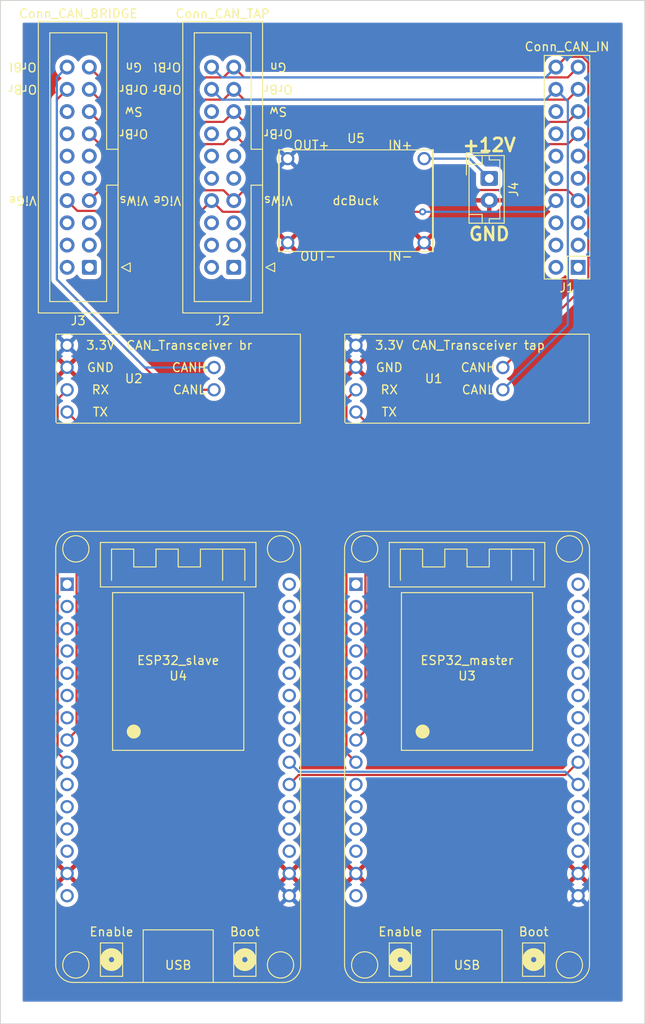
<source format=kicad_pcb>
(kicad_pcb (version 20211014) (generator pcbnew)
  (layers (0 "F.Cu" signal) (31 "B.Cu" signal) (34 "B.Paste" user) (35 "F.Paste" user) (36 "B.SilkS" user "B.Silkscreen") (37 "F.SilkS" user "F.Silkscreen") (38 "B.Mask" user) (39 "F.Mask" user) (44 "Edge.Cuts" user))
  (net 0 "")
  (net 2 "+3.3V")
  (net 4 "GND")
  (net 13 "/MASTER-TX")
  (net 14 "/MASTER-RX")
  (net 51 "+12V")
  (net 52 "/a1")
  (net 53 "/a2")
  (net 55 "/a3")
  (net 57 "/a4")
  (net 90 "/a7")
  (net 91 "/a17")
  (net 94 "/MASTER_CAN_RX")
  (net 95 "/MASTER_CAN_TX")
  (net 96 "/SLAVE_CAN_RX")
  (net 97 "/SLAVE_CAN_TX")
  (net 98 "/a12_EXT_CANL")
  (net 99 "/a11_EXT_CANH")
  (net 100 "/b12_EXT_CANL")
  (net 101 "/b11_EXT_CANH")
  (footprint "footprints:VW T20d connector" (layer "F.Cu") (at 156.215 91.43 180)
    (fp_text reference "J2" (at 1.27 -6.1 180) (layer "F.SilkS"))
    (fp_text value "Conn_CAN_TAP" (at 1.27 28.96 180) (layer "F.SilkS"))
    (fp_text user "ViWs" (at -5.08 7.62 180 unlocked) (layer "F.SilkS"))
    (fp_text user "OrBr" (at -5.08 20.32 180 unlocked) (layer "F.SilkS"))
    (fp_text user "OrBr" (at 7.62 20.32 180 unlocked) (layer "F.SilkS"))
    (fp_text user "Gn" (at -5.08 22.86 180 unlocked) (layer "F.SilkS"))
    (fp_text user "ViGe" (at 7.62 7.62 180 unlocked) (layer "F.SilkS"))
    (fp_text user "OrBl" (at 7.62 22.86 180 unlocked) (layer "F.SilkS"))
    (fp_text user "Sw" (at -5.08 17.78 180 unlocked) (layer "F.SilkS"))
    (fp_text user "OrBr" (at -5.08 15.24 180 unlocked) (layer "F.SilkS"))
    (fp_line (start -1.98 -3.91) (end 4.52 -3.91) (layer "F.SilkS") (width 0.12))
    (fp_line (start -3.29 28.07) (end -3.29 -5.21) (layer "F.SilkS") (width 0.12))
    (fp_line (start -3.29 9.38) (end -1.98 9.38) (layer "F.SilkS") (width 0.12))
    (fp_line (start -4.68 -0.5) (end -4.68 0.5) (layer "F.SilkS") (width 0.12))
    (fp_line (start -3.68 0) (end -4.68 -0.5) (layer "F.SilkS") (width 0.12))
    (fp_line (start -1.98 13.48) (end -1.98 13.48) (layer "F.SilkS") (width 0.12))
    (fp_line (start 4.52 26.77) (end -1.98 26.77) (layer "F.SilkS") (width 0.12))
    (fp_line (start 5.83 -5.21) (end 5.83 28.07) (layer "F.SilkS") (width 0.12))
    (fp_line (start -1.98 13.48) (end -3.29 13.48) (layer "F.SilkS") (width 0.12))
    (fp_line (start -4.68 0.5) (end -3.68 0) (layer "F.SilkS") (width 0.12))
    (fp_line (start -3.29 -5.21) (end 5.83 -5.21) (layer "F.SilkS") (width 0.12))
    (fp_line (start 5.83 28.07) (end -3.29 28.07) (layer "F.SilkS") (width 0.12))
    (fp_line (start 4.52 -3.91) (end 4.52 26.77) (layer "F.SilkS") (width 0.12))
    (fp_line (start -1.98 9.38) (end -1.98 -3.91) (layer "F.SilkS") (width 0.12))
    (fp_line (start -1.98 26.77) (end -1.98 13.48) (layer "F.SilkS") (width 0.12))
    (pad "1" thru_hole roundrect (at 0 0 180) (size 1.7 1.7) (drill 1) (layers *.Cu *.Mask) (roundrect_rratio 0.1470588235))
    (pad "2" thru_hole circle (at 2.54 0 180) (size 1.7 1.7) (drill 1) (layers *.Cu *.Mask))
    (pad "3" thru_hole circle (at 0 2.54 180) (size 1.7 1.7) (drill 1) (layers *.Cu *.Mask))
    (pad "4" thru_hole circle (at 2.54 2.54 180) (size 1.7 1.7) (drill 1) (layers *.Cu *.Mask))
    (pad "5" thru_hole circle (at 0 5.08 180) (size 1.7 1.7) (drill 1) (layers *.Cu *.Mask))
    (pad "6" thru_hole circle (at 2.54 5.08 180) (size 1.7 1.7) (drill 1) (layers *.Cu *.Mask))
    (pad "7" thru_hole circle (at 0 7.62 180) (size 1.7 1.7) (drill 1) (layers *.Cu *.Mask) (net 90 "/a7"))
    (pad "8" thru_hole circle (at 2.54 7.62 180) (size 1.7 1.7) (drill 1) (layers *.Cu *.Mask) (net 91 "/a17"))
    (pad "9" thru_hole circle (at 0 10.16 180) (size 1.7 1.7) (drill 1) (layers *.Cu *.Mask))
    (pad "10" thru_hole circle (at 2.54 10.16 180) (size 1.7 1.7) (drill 1) (layers *.Cu *.Mask))
    (pad "11" thru_hole circle (at 0 12.7 180) (size 1.7 1.7) (drill 1) (layers *.Cu *.Mask))
    (pad "12" thru_hole circle (at 2.54 12.7 180) (size 1.7 1.7) (drill 1) (layers *.Cu *.Mask))
    (pad "13" thru_hole circle (at 0 15.24 180) (size 1.7 1.7) (drill 1) (layers *.Cu *.Mask) (net 57 "/a4"))
    (pad "14" thru_hole circle (at 2.54 15.24 180) (size 1.7 1.7) (drill 1) (layers *.Cu *.Mask))
    (pad "15" thru_hole circle (at 0 17.78 180) (size 1.7 1.7) (drill 1) (layers *.Cu *.Mask) (net 55 "/a3"))
    (pad "16" thru_hole circle (at 2.54 17.78 180) (size 1.7 1.7) (drill 1) (layers *.Cu *.Mask))
    (pad "17" thru_hole circle (at 0 20.32 180) (size 1.7 1.7) (drill 1) (layers *.Cu *.Mask) (net 53 "/a2"))
    (pad "18" thru_hole circle (at 2.54 20.32 180) (size 1.7 1.7) (drill 1) (layers *.Cu *.Mask) (net 98 "/a12_EXT_CANL"))
    (pad "19" thru_hole circle (at 0 22.86 180) (size 1.7 1.7) (drill 1) (layers *.Cu *.Mask) (net 52 "/a1"))
    (pad "20" thru_hole circle (at 2.54 22.86 180) (size 1.7 1.7) (drill 1) (layers *.Cu *.Mask) (net 99 "/a11_EXT_CANH"))
  )
  (footprint "Connector_JST:JST_EH_B2B-EH-A_1x02_P2.50mm_Vertical" (layer "F.Cu") (at 185.42 81.28 -90)
    (fp_text reference "J4" (at 1.25 -2.8 90) (layer "F.SilkS"))
    (fp_text value "Conn_01x02")
    (fp_line (start -2.11 -1.21) (end 4.61 -1.21) (layer "F.SilkS") (width 0.12))
    (fp_line (start 5.11 0.81) (end 4.11 0.81) (layer "F.SilkS") (width 0.12))
    (fp_line (start 4.61 0) (end 5.11 0) (layer "F.SilkS") (width 0.12))
    (fp_line (start -2.61 0.81) (end -1.61 0.81) (layer "F.SilkS") (width 0.12))
    (fp_line (start -2.61 -1.71) (end -2.61 2.31) (layer "F.SilkS") (width 0.12))
    (fp_line (start 4.61 -1.21) (end 4.61 0) (layer "F.SilkS") (width 0.12))
    (fp_line (start -2.91 0.11) (end -2.91 2.61) (layer "F.SilkS") (width 0.12))
    (fp_line (start 4.11 0.81) (end 4.11 2.31) (layer "F.SilkS") (width 0.12))
    (fp_line (start -2.61 2.31) (end 5.11 2.31) (layer "F.SilkS") (width 0.12))
    (fp_line (start -2.61 0) (end -2.11 0) (layer "F.SilkS") (width 0.12))
    (fp_line (start -2.91 2.61) (end -0.41 2.61) (layer "F.SilkS") (width 0.12))
    (fp_line (start 5.11 2.31) (end 5.11 -1.71) (layer "F.SilkS") (width 0.12))
    (fp_line (start -1.61 0.81) (end -1.61 2.31) (layer "F.SilkS") (width 0.12))
    (fp_line (start -2.11 0) (end -2.11 -1.21) (layer "F.SilkS") (width 0.12))
    (fp_line (start 5.11 -1.71) (end -2.61 -1.71) (layer "F.SilkS") (width 0.12))
    (pad "1" thru_hole roundrect (at 0 0 270) (size 1.7 2) (drill 1) (layers *.Cu *.Mask) (roundrect_rratio 0.1470588235) (net 51 "+12V"))
    (pad "2" thru_hole oval (at 2.5 0 270) (size 1.7 2) (drill 1) (layers *.Cu *.Mask) (net 4 "GND"))
  )
  (footprint "footprints:CAN_Transciever" (layer "F.Cu") (at 170.18 107.95)
    (fp_text reference "U1" (at 8.89 -3.81) (layer "F.SilkS"))
    (fp_text value "CAN_Transceiver tap" (at 13.97 -7.62) (layer "F.SilkS"))
    (fp_text user "RX" (at 3.81 -2.54) (layer "F.SilkS"))
    (fp_text user "CANH" (at 13.97 -5.08) (layer "F.SilkS"))
    (fp_text user "CANL" (at 13.97 -2.54) (layer "F.SilkS"))
    (fp_text user "3.3V" (at 3.81 -7.62) (layer "F.SilkS"))
    (fp_text user "TX" (at 3.81 0) (layer "F.SilkS"))
    (fp_text user "GND" (at 3.81 -5.08) (layer "F.SilkS"))
    (fp_line (start 26.67 1.225) (end 26.67 -8.845) (layer "F.SilkS") (width 0.12))
    (fp_line (start -1.27 1.18) (end -1.27 -8.89) (layer "F.SilkS") (width 0.12))
    (fp_line (start -1.18 -8.89) (end 26.67 -8.89) (layer "F.SilkS") (width 0.12))
    (fp_line (start -1.18 1.27) (end 26.67 1.27) (layer "F.SilkS") (width 0.12))
    (pad "1" thru_hole circle (at 0 0) (size 1.524 1.524) (drill 1.016) (layers *.Cu *.Mask) (net 94 "/MASTER_CAN_RX"))
    (pad "2" thru_hole circle (at 0 -2.54) (size 1.524 1.524) (drill 1.016) (layers *.Cu *.Mask) (net 95 "/MASTER_CAN_TX"))
    (pad "3" thru_hole circle (at -0.006228 -5.109735) (size 1.524 1.524) (drill 1.016) (layers *.Cu *.Mask) (net 4 "GND"))
    (pad "4" thru_hole circle (at 0 -7.62) (size 1.524 1.524) (drill 1.016) (layers *.Cu *.Mask) (net 2 "+3.3V"))
    (pad "5" thru_hole circle (at 16.8 -2.54) (size 1.524 1.524) (drill 1.016) (layers *.Cu *.Mask) (net 98 "/a12_EXT_CANL"))
    (pad "6" thru_hole circle (at 16.8 -5.08) (size 1.524 1.524) (drill 1.016) (layers *.Cu *.Mask) (net 99 "/a11_EXT_CANH"))
  )
  (footprint "Connector_PinHeader_2.54mm:PinHeader_2x10_P2.54mm_Vertical" (layer "F.Cu") (at 195.58 91.43 180)
    (fp_text reference "J1" (at 1.27 -2.33) (layer "F.SilkS"))
    (fp_text value "Conn_CAN_IN" (at 1.27 25.19) (layer "F.SilkS"))
    (fp_line (start 3.87 -1.33) (end 3.87 24.19) (layer "F.SilkS") (width 0.12))
    (fp_line (start -1.33 24.19) (end 3.87 24.19) (layer "F.SilkS") (width 0.12))
    (fp_line (start -1.33 0) (end -1.33 -1.33) (layer "F.SilkS") (width 0.12))
    (fp_line (start -1.33 -1.33) (end 0 -1.33) (layer "F.SilkS") (width 0.12))
    (fp_line (start 1.27 1.27) (end 1.27 -1.33) (layer "F.SilkS") (width 0.12))
    (fp_line (start -1.33 1.27) (end 1.27 1.27) (layer "F.SilkS") (width 0.12))
    (fp_line (start -1.33 1.27) (end -1.33 24.19) (layer "F.SilkS") (width 0.12))
    (fp_line (start 1.27 -1.33) (end 3.87 -1.33) (layer "F.SilkS") (width 0.12))
    (pad "1" thru_hole rect (at 0 0 180) (size 1.7 1.7) (drill 1) (layers *.Cu *.Mask))
    (pad "2" thru_hole oval (at 2.54 0 180) (size 1.7 1.7) (drill 1) (layers *.Cu *.Mask))
    (pad "3" thru_hole oval (at 0 2.54 180) (size 1.7 1.7) (drill 1) (layers *.Cu *.Mask))
    (pad "4" thru_hole oval (at 2.54 2.54 180) (size 1.7 1.7) (drill 1) (layers *.Cu *.Mask))
    (pad "5" thru_hole oval (at 0 5.08 180) (size 1.7 1.7) (drill 1) (layers *.Cu *.Mask))
    (pad "6" thru_hole oval (at 2.54 5.08 180) (size 1.7 1.7) (drill 1) (layers *.Cu *.Mask))
    (pad "7" thru_hole oval (at 0 7.62 180) (size 1.7 1.7) (drill 1) (layers *.Cu *.Mask) (net 90 "/a7"))
    (pad "8" thru_hole oval (at 2.54 7.62 180) (size 1.7 1.7) (drill 1) (layers *.Cu *.Mask) (net 91 "/a17"))
    (pad "9" thru_hole oval (at 0 10.16 180) (size 1.7 1.7) (drill 1) (layers *.Cu *.Mask))
    (pad "10" thru_hole oval (at 2.54 10.16 180) (size 1.7 1.7) (drill 1) (layers *.Cu *.Mask))
    (pad "11" thru_hole oval (at 0 12.7 180) (size 1.7 1.7) (drill 1) (layers *.Cu *.Mask))
    (pad "12" thru_hole oval (at 2.54 12.7 180) (size 1.7 1.7) (drill 1) (layers *.Cu *.Mask))
    (pad "13" thru_hole oval (at 0 15.24 180) (size 1.7 1.7) (drill 1) (layers *.Cu *.Mask) (net 57 "/a4"))
    (pad "14" thru_hole oval (at 2.54 15.24 180) (size 1.7 1.7) (drill 1) (layers *.Cu *.Mask))
    (pad "15" thru_hole oval (at 0 17.78 180) (size 1.7 1.7) (drill 1) (layers *.Cu *.Mask) (net 55 "/a3"))
    (pad "16" thru_hole oval (at 2.54 17.78 180) (size 1.7 1.7) (drill 1) (layers *.Cu *.Mask))
    (pad "17" thru_hole oval (at 0 20.32 180) (size 1.7 1.7) (drill 1) (layers *.Cu *.Mask) (net 53 "/a2"))
    (pad "18" thru_hole oval (at 2.54 20.32 180) (size 1.7 1.7) (drill 1) (layers *.Cu *.Mask) (net 98 "/a12_EXT_CANL"))
    (pad "19" thru_hole oval (at 0 22.86 180) (size 1.7 1.7) (drill 1) (layers *.Cu *.Mask) (net 52 "/a1"))
    (pad "20" thru_hole oval (at 2.54 22.86 180) (size 1.7 1.7) (drill 1) (layers *.Cu *.Mask) (net 99 "/a11_EXT_CANH"))
  )
  (footprint "footprints:dcbuck" (layer "F.Cu") (at 170.18 83.82)
    (fp_text reference "U5" (at 0 -7.112) (layer "F.SilkS"))
    (fp_text value "dcBuck" (at 0 0) (layer "F.SilkS"))
    (fp_text user "OUT-" (at -4.318 6.35) (layer "F.SilkS"))
    (fp_text user "IN+" (at 5.08 -6.35) (layer "F.SilkS"))
    (fp_text user "OUT+" (at -5.08 -6.35) (layer "F.SilkS"))
    (fp_text user "IN-" (at 5.08 6.35) (layer "F.SilkS"))
    (fp_line (start 8.8 5.8) (end 8.8 -5.8) (layer "F.SilkS") (width 0.2032))
    (fp_line (start -8.8 5.8) (end -8.8 -5.8) (layer "F.SilkS") (width 0.2032))
    (fp_line (start -8.8 5.8) (end 8.8 5.8) (layer "F.SilkS") (width 0.12))
    (fp_line (start -8.8 -5.8) (end 8.8 -5.8) (layer "F.SilkS") (width 0.12))
    (pad "1" thru_hole circle locked (at -7.8 4.8) (size 1.524 1.524) (drill 1.016) (layers *.Cu *.Mask) (net 4 "GND"))
    (pad "2" thru_hole circle locked (at 7.8 4.8) (size 1.524 1.524) (drill 1.016) (layers *.Cu *.Mask) (net 4 "GND"))
    (pad "3" thru_hole circle locked (at 7.8 -4.8) (size 1.524 1.524) (drill 1.016) (layers *.Cu *.Mask) (net 51 "+12V"))
    (pad "4" thru_hole circle locked (at -7.8 -4.8) (size 1.524 1.524) (drill 1.016) (layers *.Cu *.Mask) (net 2 "+3.3V"))
  )
  (footprint "footprints:esp32_devkit_v1_doit" (layer "F.Cu") (at 149.86 127.61)
    (fp_text reference "U4" (at 0 10.47) (layer "F.SilkS"))
    (fp_text value "ESP32_slave" (at 0 8.7) (layer "F.SilkS"))
    (fp_text user "Boot" (at 7.62 39.68) (layer "F.SilkS"))
    (fp_text user "Enable" (at -7.62 39.68) (layer "F.SilkS"))
    (fp_text user "USB" (at 0 43.49) (layer "F.SilkS"))
    (fp_line (start -4 39.46) (end -4 45.46) (layer "F.SilkS") (width 0.12))
    (fp_line (start -8.89 44.76) (end -8.89 40.95) (layer "F.SilkS") (width 0.12))
    (fp_line (start -7.62 -0.452) (end -7.62 -4.008) (layer "F.SilkS") (width 0.12))
    (fp_line (start 8.89 0.31) (end -8.89 0.31) (layer "F.SilkS") (width 0.12))
    (fp_line (start 8.89 44.76) (end 6.35 44.76) (layer "F.SilkS") (width 0.12))
    (fp_line (start 8.89 -4.77) (end 8.89 0.31) (layer "F.SilkS") (width 0.12))
    (fp_line (start 5.08 -4.008) (end 5.08 -0.452) (layer "F.SilkS") (width 0.12))
    (fp_line (start -7.5 0.96) (end 7.5 0.96) (layer "F.SilkS") (width 0.12))
    (fp_line (start -6.35 44.76) (end -8.89 44.76) (layer "F.SilkS") (width 0.12))
    (fp_line (start -8.89 40.95) (end -6.35 40.95) (layer "F.SilkS") (width 0.12))
    (fp_line (start 7.5 0.96) (end 7.5 18.96) (layer "F.SilkS") (width 0.12))
    (fp_line (start 7.5 18.96) (end -7.5 18.96) (layer "F.SilkS") (width 0.12))
    (fp_line (start -2.54 -4.008) (end 0 -4.008) (layer "F.SilkS") (width 0.12))
    (fp_line (start -8.89 0.31) (end -8.89 -4.77) (layer "F.SilkS") (width 0.12))
    (fp_line (start -6.35 40.95) (end -6.35 44.76) (layer "F.SilkS") (width 0.12))
    (fp_line (start -5.08 -1.976) (end -2.54 -1.976) (layer "F.SilkS") (width 0.12))
    (fp_line (start 2.54 -1.976) (end 2.54 -4.008) (layer "F.SilkS") (width 0.12))
    (fp_line (start -7.62 -4.008) (end -5.08 -4.008) (layer "F.SilkS") (width 0.12))
    (fp_line (start 2.54 -4.008) (end 7.62 -4.008) (layer "F.SilkS") (width 0.12))
    (fp_line (start 0 -1.976) (end 2.54 -1.976) (layer "F.SilkS") (width 0.12))
    (fp_line (start 6.35 40.95) (end 8.89 40.95) (layer "F.SilkS") (width 0.12))
    (fp_line (start 8.89 40.95) (end 8.89 44.76) (layer "F.SilkS") (width 0.12))
    (fp_line (start -5.08 -4.008) (end -5.08 -1.976) (layer "F.SilkS") (width 0.12))
    (fp_line (start -2.54 -1.976) (end -2.54 -4.008) (layer "F.SilkS") (width 0.12))
    (fp_line (start 7.62 -4.008) (end 7.62 -0.452) (layer "F.SilkS") (width 0.12))
    (fp_line (start 0 -4.008) (end 0 -1.976) (layer "F.SilkS") (width 0.12))
    (fp_line (start -4 39.46) (end 4 39.46) (layer "F.SilkS") (width 0.12))
    (fp_line (start -8.89 -4.77) (end 8.89 -4.77) (layer "F.SilkS") (width 0.12))
    (fp_line (start 6.35 44.76) (end 6.35 40.95) (layer "F.SilkS") (width 0.12))
    (fp_line (start -12 -6.04) (end 12 -6.04) (layer "F.SilkS") (width 0.12))
    (fp_line (start 4 39.46) (end 4 45.46) (layer "F.SilkS") (width 0.12))
    (fp_line (start -12 45.46) (end 12 45.46) (layer "F.SilkS") (width 0.12))
    (fp_line (start -7.5 18.96) (end -7.5 0.96) (layer "F.SilkS") (width 0.12))
    (fp_line (start 14 43.46) (end 14 -4.04) (layer "F.SilkS") (width 0.12))
    (fp_line (start -14 -4.04) (end -14 43.46) (layer "F.SilkS") (width 0.12))
    (fp_arc (start 12 -6.04) (mid 13.414214 -5.454214) (end 14 -4.04) (layer "F.SilkS") (width 0.12))
    (fp_arc (start -14 -4.04) (mid -13.414214 -5.454214) (end -12 -6.04) (layer "F.SilkS") (width 0.12))
    (fp_arc (start -12 45.46) (mid -13.414214 44.874214) (end -14 43.46) (layer "F.SilkS") (width 0.12))
    (fp_arc (start 14 43.46) (mid 13.414214 44.874214) (end 12 45.46) (layer "F.SilkS") (width 0.12))
    (fp_circle (center 11.7 -4.04) (end 13.2 -4.04) (layer "F.SilkS") (width 0.12) (fill none))
    (fp_circle (center -7.62 42.855) (end -7.32 42.855) (layer "F.SilkS") (width 1) (fill none))
    (fp_circle (center 7.62 42.855) (end 7.92 42.855) (layer "F.SilkS") (width 1) (fill none))
    (fp_circle (center 11.7 43.46) (end 13.2 43.46) (layer "F.SilkS") (width 0.12) (fill none))
    (fp_circle (center -11.7 43.46) (end -10.2 43.46) (layer "F.SilkS") (width 0.12) (fill none))
    (fp_circle (center -11.7 -4.04) (end -10.2 -4.04) (layer "F.SilkS") (width 0.12) (fill none))
    (fp_circle (center -5.08 16.82) (end -4.68 16.82) (layer "F.SilkS") (width 0.8) (fill none))
    (pad "1" thru_hole rect locked (at -12.7 0) (size 1.524 1.524) (drill 1.016) (layers *.Cu *.Mask))
    (pad "2" thru_hole circle locked (at -12.7 2.54) (size 1.524 1.524) (drill 1.016) (layers *.Cu *.Mask))
    (pad "3" thru_hole circle locked (at -12.7 5.08) (size 1.524 1.524) (drill 1.016) (layers *.Cu *.Mask))
    (pad "4" thru_hole circle locked (at -12.7 7.62) (size 1.524 1.524) (drill 1.016) (layers *.Cu *.Mask))
    (pad "5" thru_hole circle locked (at -12.7 10.16) (size 1.524 1.524) (drill 1.016) (layers *.Cu *.Mask))
    (pad "6" thru_hole circle locked (at -12.7 12.7) (size 1.524 1.524) (drill 1.016) (layers *.Cu *.Mask))
    (pad "7" thru_hole circle locked (at -12.7 15.24) (size 1.524 1.524) (drill 1.016) (layers *.Cu *.Mask))
    (pad "8" thru_hole circle locked (at -12.7 17.78) (size 1.524 1.524) (drill 1.016) (layers *.Cu *.Mask) (net 96 "/SLAVE_CAN_RX"))
    (pad "9" thru_hole circle locked (at -12.7 20.32) (size 1.524 1.524) (drill 1.016) (layers *.Cu *.Mask) (net 97 "/SLAVE_CAN_TX"))
    (pad "10" thru_hole circle locked (at -12.7 22.86) (size 1.524 1.524) (drill 1.016) (layers *.Cu *.Mask))
    (pad "11" thru_hole circle locked (at -12.7 25.4) (size 1.524 1.524) (drill 1.016) (layers *.Cu *.Mask))
    (pad "12" thru_hole circle locked (at -12.7 27.94) (size 1.524 1.524) (drill 1.016) (layers *.Cu *.Mask))
    (pad "13" thru_hole circle locked (at -12.7 30.48) (size 1.524 1.524) (drill 1.016) (layers *.Cu *.Mask))
    (pad "14" thru_hole circle locked (at -12.7 33.02) (size 1.524 1.524) (drill 1.016) (layers *.Cu *.Mask) (net 4 "GND"))
    (pad "15" thru_hole circle locked (at -12.7 35.56) (size 1.524 1.524) (drill 1.016) (layers *.Cu *.Mask))
    (pad "16" thru_hole circle locked (at 12.7 35.56) (size 1.524 1.524) (drill 1.016) (layers *.Cu *.Mask) (net 2 "+3.3V"))
    (pad "17" thru_hole circle locked (at 12.7 33.02) (size 1.524 1.524) (drill 1.016) (layers *.Cu *.Mask) (net 4 "GND"))
    (pad "18" thru_hole circle locked (at 12.7 30.48) (size 1.524 1.524) (drill 1.016) (layers *.Cu *.Mask))
    (pad "19" thru_hole circle locked (at 12.7 27.94) (size 1.524 1.524) (drill 1.016) (layers *.Cu *.Mask))
    (pad "20" thru_hole circle locked (at 12.7 25.4) (size 1.524 1.524) (drill 1.016) (layers *.Cu *.Mask))
    (pad "21" thru_hole circle locked (at 12.7 22.86) (size 1.524 1.524) (drill 1.016) (layers *.Cu *.Mask) (net 13 "/MASTER-TX"))
    (pad "22" thru_hole circle locked (at 12.7 20.32) (size 1.524 1.524) (drill 1.016) (layers *.Cu *.Mask) (net 14 "/MASTER-RX"))
    (pad "23" thru_hole circle locked (at 12.7 17.78) (size 1.524 1.524) (drill 1.016) (layers *.Cu *.Mask))
    (pad "24" thru_hole circle locked (at 12.7 15.24) (size 1.524 1.524) (drill 1.016) (layers *.Cu *.Mask))
    (pad "25" thru_hole circle locked (at 12.7 12.7) (size 1.524 1.524) (drill 1.016) (layers *.Cu *.Mask))
    (pad "26" thru_hole circle locked (at 12.7 10.16) (size 1.524 1.524) (drill 1.016) (layers *.Cu *.Mask))
    (pad "27" thru_hole circle locked (at 12.7 7.62) (size 1.524 1.524) (drill 1.016) (layers *.Cu *.Mask))
    (pad "28" thru_hole circle locked (at 12.7 5.08) (size 1.524 1.524) (drill 1.016) (layers *.Cu *.Mask))
    (pad "29" thru_hole circle locked (at 12.7 2.54) (size 1.524 1.524) (drill 1.016) (layers *.Cu *.Mask))
    (pad "30" thru_hole circle locked (at 12.7 0) (size 1.524 1.524) (drill 1.016) (layers *.Cu *.Mask))
  )
  (footprint "footprints:CAN_Transciever" (layer "F.Cu") (at 137.16 107.95)
    (fp_text reference "U2" (at 7.62 -3.81) (layer "F.SilkS"))
    (fp_text value "CAN_Transceiver br" (at 13.97 -7.62) (layer "F.SilkS"))
    (fp_text user "RX" (at 3.81 -2.54) (layer "F.SilkS"))
    (fp_text user "GND" (at 3.81 -5.08) (layer "F.SilkS"))
    (fp_text user "TX" (at 3.81 0) (layer "F.SilkS"))
    (fp_text user "3.3V" (at 3.81 -7.62) (layer "F.SilkS"))
    (fp_text user "CANH" (at 13.97 -5.08) (layer "F.SilkS"))
    (fp_text user "CANL" (at 13.97 -2.54) (layer "F.SilkS"))
    (fp_line (start -1.27 1.18) (end -1.27 -8.89) (layer "F.SilkS") (width 0.12))
    (fp_line (start -1.18 1.27) (end 26.67 1.27) (layer "F.SilkS") (width 0.12))
    (fp_line (start -1.18 -8.89) (end 26.67 -8.89) (layer "F.SilkS") (width 0.12))
    (fp_line (start 26.67 1.225) (end 26.67 -8.845) (layer "F.SilkS") (width 0.12))
    (pad "1" thru_hole circle (at 0 0) (size 1.524 1.524) (drill 1.016) (layers *.Cu *.Mask) (net 96 "/SLAVE_CAN_RX"))
    (pad "2" thru_hole circle (at 0 -2.54) (size 1.524 1.524) (drill 1.016) (layers *.Cu *.Mask) (net 97 "/SLAVE_CAN_TX"))
    (pad "3" thru_hole circle (at -0.006228 -5.109735) (size 1.524 1.524) (drill 1.016) (layers *.Cu *.Mask) (net 4 "GND"))
    (pad "4" thru_hole circle (at 0 -7.62) (size 1.524 1.524) (drill 1.016) (layers *.Cu *.Mask) (net 2 "+3.3V"))
    (pad "5" thru_hole circle (at 16.8 -2.54) (size 1.524 1.524) (drill 1.016) (layers *.Cu *.Mask) (net 100 "/b12_EXT_CANL"))
    (pad "6" thru_hole circle (at 16.8 -5.08) (size 1.524 1.524) (drill 1.016) (layers *.Cu *.Mask) (net 101 "/b11_EXT_CANH"))
  )
  (footprint "footprints:esp32_devkit_v1_doit" (layer "F.Cu") (at 182.88 127.61)
    (fp_text reference "U3" (at 0 10.47) (layer "F.SilkS"))
    (fp_text value "ESP32_master" (at 0 8.7) (layer "F.SilkS"))
    (fp_text user "Enable" (at -7.62 39.68) (layer "F.SilkS"))
    (fp_text user "USB" (at 0 43.49) (layer "F.SilkS"))
    (fp_text user "Boot" (at 7.62 39.68) (layer "F.SilkS"))
    (fp_line (start -7.62 -0.452) (end -7.62 -4.008) (layer "F.SilkS") (width 0.12))
    (fp_line (start -6.35 40.95) (end -6.35 44.76) (layer "F.SilkS") (width 0.12))
    (fp_line (start 5.08 -4.008) (end 5.08 -0.452) (layer "F.SilkS") (width 0.12))
    (fp_line (start 8.89 -4.77) (end 8.89 0.31) (layer "F.SilkS") (width 0.12))
    (fp_line (start -2.54 -4.008) (end 0 -4.008) (layer "F.SilkS") (width 0.12))
    (fp_line (start -12 45.46) (end 12 45.46) (layer "F.SilkS") (width 0.12))
    (fp_line (start 8.89 40.95) (end 8.89 44.76) (layer "F.SilkS") (width 0.12))
    (fp_line (start -5.08 -1.976) (end -2.54 -1.976) (layer "F.SilkS") (width 0.12))
    (fp_line (start 8.89 0.31) (end -8.89 0.31) (layer "F.SilkS") (width 0.12))
    (fp_line (start -8.89 -4.77) (end 8.89 -4.77) (layer "F.SilkS") (width 0.12))
    (fp_line (start 7.62 -4.008) (end 7.62 -0.452) (layer "F.SilkS") (width 0.12))
    (fp_line (start -4 39.46) (end -4 45.46) (layer "F.SilkS") (width 0.12))
    (fp_line (start 7.5 0.96) (end 7.5 18.96) (layer "F.SilkS") (width 0.12))
    (fp_line (start -7.5 18.96) (end -7.5 0.96) (layer "F.SilkS") (width 0.12))
    (fp_line (start -5.08 -4.008) (end -5.08 -1.976) (layer "F.SilkS") (width 0.12))
    (fp_line (start -12 -6.04) (end 12 -6.04) (layer "F.SilkS") (width 0.12))
    (fp_line (start -8.89 0.31) (end -8.89 -4.77) (layer "F.SilkS") (width 0.12))
    (fp_line (start 14 43.46) (end 14 -4.04) (layer "F.SilkS") (width 0.12))
    (fp_line (start 8.89 44.76) (end 6.35 44.76) (layer "F.SilkS") (width 0.12))
    (fp_line (start -14 -4.04) (end -14 43.46) (layer "F.SilkS") (width 0.12))
    (fp_line (start 6.35 40.95) (end 8.89 40.95) (layer "F.SilkS") (width 0.12))
    (fp_line (start 2.54 -4.008) (end 7.62 -4.008) (layer "F.SilkS") (width 0.12))
    (fp_line (start 6.35 44.76) (end 6.35 40.95) (layer "F.SilkS") (width 0.12))
    (fp_line (start 2.54 -1.976) (end 2.54 -4.008) (layer "F.SilkS") (width 0.12))
    (fp_line (start 4 39.46) (end 4 45.46) (layer "F.SilkS") (width 0.12))
    (fp_line (start -8.89 44.76) (end -8.89 40.95) (layer "F.SilkS") (width 0.12))
    (fp_line (start -6.35 44.76) (end -8.89 44.76) (layer "F.SilkS") (width 0.12))
    (fp_line (start -7.5 0.96) (end 7.5 0.96) (layer "F.SilkS") (width 0.12))
    (fp_line (start -4 39.46) (end 4 39.46) (layer "F.SilkS") (width 0.12))
    (fp_line (start -8.89 40.95) (end -6.35 40.95) (layer "F.SilkS") (width 0.12))
    (fp_line (start 7.5 18.96) (end -7.5 18.96) (layer "F.SilkS") (width 0.12))
    (fp_line (start 0 -1.976) (end 2.54 -1.976) (layer "F.SilkS") (width 0.12))
    (fp_line (start -7.62 -4.008) (end -5.08 -4.008) (layer "F.SilkS") (width 0.12))
    (fp_line (start 0 -4.008) (end 0 -1.976) (layer "F.SilkS") (width 0.12))
    (fp_line (start -2.54 -1.976) (end -2.54 -4.008) (layer "F.SilkS") (width 0.12))
    (fp_arc (start -12 45.46) (mid -13.414214 44.874214) (end -14 43.46) (layer "F.SilkS") (width 0.12))
    (fp_arc (start 12 -6.04) (mid 13.414214 -5.454214) (end 14 -4.04) (layer "F.SilkS") (width 0.12))
    (fp_arc (start 14 43.46) (mid 13.414214 44.874214) (end 12 45.46) (layer "F.SilkS") (width 0.12))
    (fp_arc (start -14 -4.04) (mid -13.414214 -5.454214) (end -12 -6.04) (layer "F.SilkS") (width 0.12))
    (fp_circle (center 11.7 43.46) (end 13.2 43.46) (layer "F.SilkS") (width 0.12) (fill none))
    (fp_circle (center -5.08 16.82) (end -4.68 16.82) (layer "F.SilkS") (width 0.8) (fill none))
    (fp_circle (center 7.62 42.855) (end 7.92 42.855) (layer "F.SilkS") (width 1) (fill none))
    (fp_circle (center -11.7 -4.04) (end -10.2 -4.04) (layer "F.SilkS") (width 0.12) (fill none))
    (fp_circle (center -11.7 43.46) (end -10.2 43.46) (layer "F.SilkS") (width 0.12) (fill none))
    (fp_circle (center 11.7 -4.04) (end 13.2 -4.04) (layer "F.SilkS") (width 0.12) (fill none))
    (fp_circle (center -7.62 42.855) (end -7.32 42.855) (layer "F.SilkS") (width 1) (fill none))
    (pad "1" thru_hole rect locked (at -12.7 0) (size 1.524 1.524) (drill 1.016) (layers *.Cu *.Mask))
    (pad "2" thru_hole circle locked (at -12.7 2.54) (size 1.524 1.524) (drill 1.016) (layers *.Cu *.Mask))
    (pad "3" thru_hole circle locked (at -12.7 5.08) (size 1.524 1.524) (drill 1.016) (layers *.Cu *.Mask))
    (pad "4" thru_hole circle locked (at -12.7 7.62) (size 1.524 1.524) (drill 1.016) (layers *.Cu *.Mask))
    (pad "5" thru_hole circle locked (at -12.7 10.16) (size 1.524 1.524) (drill 1.016) (layers *.Cu *.Mask))
    (pad "6" thru_hole circle locked (at -12.7 12.7) (size 1.524 1.524) (drill 1.016) (layers *.Cu *.Mask))
    (pad "7" thru_hole circle locked (at -12.7 15.24) (size 1.524 1.524) (drill 1.016) (layers *.Cu *.Mask))
    (pad "8" thru_hole circle locked (at -12.7 17.78) (size 1.524 1.524) (drill 1.016) (layers *.Cu *.Mask) (net 94 "/MASTER_CAN_RX"))
    (pad "9" thru_hole circle locked (at -12.7 20.32) (size 1.524 1.524) (drill 1.016) (layers *.Cu *.Mask) (net 95 "/MASTER_CAN_TX"))
    (pad "10" thru_hole circle locked (at -12.7 22.86) (size 1.524 1.524) (drill 1.016) (layers *.Cu *.Mask))
    (pad "11" thru_hole circle locked (at -12.7 25.4) (size 1.524 1.524) (drill 1.016) (layers *.Cu *.Mask))
    (pad "12" thru_hole circle locked (at -12.7 27.94) (size 1.524 1.524) (drill 1.016) (layers *.Cu *.Mask))
    (pad "13" thru_hole circle locked (at -12.7 30.48) (size 1.524 1.524) (drill 1.016) (layers *.Cu *.Mask))
    (pad "14" thru_hole circle locked (at -12.7 33.02) (size 1.524 1.524) (drill 1.016) (layers *.Cu *.Mask) (net 4 "GND"))
    (pad "15" thru_hole circle locked (at -12.7 35.56) (size 1.524 1.524) (drill 1.016) (layers *.Cu *.Mask))
    (pad "16" thru_hole circle locked (at 12.7 35.56) (size 1.524 1.524) (drill 1.016) (layers *.Cu *.Mask) (net 2 "+3.3V"))
    (pad "17" thru_hole circle locked (at 12.7 33.02) (size 1.524 1.524) (drill 1.016) (layers *.Cu *.Mask) (net 4 "GND"))
    (pad "18" thru_hole circle locked (at 12.7 30.48) (size 1.524 1.524) (drill 1.016) (layers *.Cu *.Mask))
    (pad "19" thru_hole circle locked (at 12.7 27.94) (size 1.524 1.524) (drill 1.016) (layers *.Cu *.Mask))
    (pad "20" thru_hole circle locked (at 12.7 25.4) (size 1.524 1.524) (drill 1.016) (layers *.Cu *.Mask))
    (pad "21" thru_hole circle locked (at 12.7 22.86) (size 1.524 1.524) (drill 1.016) (layers *.Cu *.Mask) (net 14 "/MASTER-RX"))
    (pad "22" thru_hole circle locked (at 12.7 20.32) (size 1.524 1.524) (drill 1.016) (layers *.Cu *.Mask) (net 13 "/MASTER-TX"))
    (pad "23" thru_hole circle locked (at 12.7 17.78) (size 1.524 1.524) (drill 1.016) (layers *.Cu *.Mask))
    (pad "24" thru_hole circle locked (at 12.7 15.24) (size 1.524 1.524) (drill 1.016) (layers *.Cu *.Mask))
    (pad "25" thru_hole circle locked (at 12.7 12.7) (size 1.524 1.524) (drill 1.016) (layers *.Cu *.Mask))
    (pad "26" thru_hole circle locked (at 12.7 10.16) (size 1.524 1.524) (drill 1.016) (layers *.Cu *.Mask))
    (pad "27" thru_hole circle locked (at 12.7 7.62) (size 1.524 1.524) (drill 1.016) (layers *.Cu *.Mask))
    (pad "28" thru_hole circle locked (at 12.7 5.08) (size 1.524 1.524) (drill 1.016) (layers *.Cu *.Mask))
    (pad "29" thru_hole circle locked (at 12.7 2.54) (size 1.524 1.524) (drill 1.016) (layers *.Cu *.Mask))
    (pad "30" thru_hole circle locked (at 12.7 0) (size 1.524 1.524) (drill 1.016) (layers *.Cu *.Mask))
  )
  (footprint "footprints:VW T20d connector" (layer "F.Cu") (at 139.7 91.43 180)
    (fp_text reference "J3" (at 1.27 -6.1 180) (layer "F.SilkS"))
    (fp_text value "Conn_CAN_BRIDGE" (at 1.27 28.96 180) (layer "F.SilkS"))
    (fp_text user "OrBr" (at -5.08 20.32 180 unlocked) (layer "F.SilkS"))
    (fp_text user "OrBr" (at -5.08 15.24 180 unlocked) (layer "F.SilkS"))
    (fp_text user "OrBl" (at 7.62 22.86 180 unlocked) (layer "F.SilkS"))
    (fp_text user "OrBr" (at 7.62 20.32 180 unlocked) (layer "F.SilkS"))
    (fp_text user "ViWs" (at -5.08 7.62 180 unlocked) (layer "F.SilkS"))
    (fp_text user "Sw" (at -5.08 17.78 180 unlocked) (layer "F.SilkS"))
    (fp_text user "ViGe" (at 7.62 7.62 180 unlocked) (layer "F.SilkS"))
    (fp_text user "Gn" (at -5.08 22.86 180 unlocked) (layer "F.SilkS"))
    (fp_line (start -1.98 13.48) (end -1.98 13.48) (layer "F.SilkS") (width 0.12))
    (fp_line (start -3.29 28.07) (end -3.29 -5.21) (layer "F.SilkS") (width 0.12))
    (fp_line (start -4.68 0.5) (end -3.68 0) (layer "F.SilkS") (width 0.12))
    (fp_line (start -1.98 13.48) (end -3.29 13.48) (layer "F.SilkS") (width 0.12))
    (fp_line (start 4.52 -3.91) (end 4.52 26.77) (layer "F.SilkS") (width 0.12))
    (fp_line (start -1.98 -3.91) (end 4.52 -3.91) (layer "F.SilkS") (width 0.12))
    (fp_line (start -4.68 -0.5) (end -4.68 0.5) (layer "F.SilkS") (width 0.12))
    (fp_line (start -3.29 9.38) (end -1.98 9.38) (layer "F.SilkS") (width 0.12))
    (fp_line (start -3.29 -5.21) (end 5.83 -5.21) (layer "F.SilkS") (width 0.12))
    (fp_line (start 5.83 -5.21) (end 5.83 28.07) (layer "F.SilkS") (width 0.12))
    (fp_line (start -1.98 26.77) (end -1.98 13.48) (layer "F.SilkS") (width 0.12))
    (fp_line (start -3.68 0) (end -4.68 -0.5) (layer "F.SilkS") (width 0.12))
    (fp_line (start 5.83 28.07) (end -3.29 28.07) (layer "F.SilkS") (width 0.12))
    (fp_line (start -1.98 9.38) (end -1.98 -3.91) (layer "F.SilkS") (width 0.12))
    (fp_line (start 4.52 26.77) (end -1.98 26.77) (layer "F.SilkS") (width 0.12))
    (pad "1" thru_hole roundrect (at 0 0 180) (size 1.7 1.7) (drill 1) (layers *.Cu *.Mask) (roundrect_rratio 0.1470588235))
    (pad "2" thru_hole circle (at 2.54 0 180) (size 1.7 1.7) (drill 1) (layers *.Cu *.Mask))
    (pad "3" thru_hole circle (at 0 2.54 180) (size 1.7 1.7) (drill 1) (layers *.Cu *.Mask))
    (pad "4" thru_hole circle (at 2.54 2.54 180) (size 1.7 1.7) (drill 1) (layers *.Cu *.Mask))
    (pad "5" thru_hole circle (at 0 5.08 180) (size 1.7 1.7) (drill 1) (layers *.Cu *.Mask))
    (pad "6" thru_hole circle (at 2.54 5.08 180) (size 1.7 1.7) (drill 1) (layers *.Cu *.Mask))
    (pad "7" thru_hole circle (at 0 7.62 180) (size 1.7 1.7) (drill 1) (layers *.Cu *.Mask) (net 90 "/a7"))
    (pad "8" thru_hole circle (at 2.54 7.62 180) (size 1.7 1.7) (drill 1) (layers *.Cu *.Mask) (net 91 "/a17"))
    (pad "9" thru_hole circle (at 0 10.16 180) (size 1.7 1.7) (drill 1) (layers *.Cu *.Mask))
    (pad "10" thru_hole circle (at 2.54 10.16 180) (size 1.7 1.7) (drill 1) (layers *.Cu *.Mask))
    (pad "11" thru_hole circle (at 0 12.7 180) (size 1.7 1.7) (drill 1) (layers *.Cu *.Mask))
    (pad "12" thru_hole circle (at 2.54 12.7 180) (size 1.7 1.7) (drill 1) (layers *.Cu *.Mask))
    (pad "13" thru_hole circle (at 0 15.24 180) (size 1.7 1.7) (drill 1) (layers *.Cu *.Mask) (net 57 "/a4"))
    (pad "14" thru_hole circle (at 2.54 15.24 180) (size 1.7 1.7) (drill 1) (layers *.Cu *.Mask))
    (pad "15" thru_hole circle (at 0 17.78 180) (size 1.7 1.7) (drill 1) (layers *.Cu *.Mask) (net 55 "/a3"))
    (pad "16" thru_hole circle (at 2.54 17.78 180) (size 1.7 1.7) (drill 1) (layers *.Cu *.Mask))
    (pad "17" thru_hole circle (at 0 20.32 180) (size 1.7 1.7) (drill 1) (layers *.Cu *.Mask) (net 53 "/a2"))
    (pad "18" thru_hole circle (at 2.54 20.32 180) (size 1.7 1.7) (drill 1) (layers *.Cu *.Mask) (net 100 "/b12_EXT_CANL"))
    (pad "19" thru_hole circle (at 0 22.86 180) (size 1.7 1.7) (drill 1) (layers *.Cu *.Mask) (net 52 "/a1"))
    (pad "20" thru_hole circle (at 2.54 22.86 180) (size 1.7 1.7) (drill 1) (layers *.Cu *.Mask) (net 101 "/b11_EXT_CANH"))
  )
  (gr_rect (start 129.54 60.96) (end 203.2 177.8) (layer "Edge.Cuts") (width 0.1) (fill none))
  (gr_text "+12V" (at 185.42 77.47) (layer "F.SilkS") (effects (font (size 1.5 1.5) (thickness 0.3))))
  (gr_text "GND" (at 185.42 87.63) (layer "F.SilkS") (effects (font (size 1.5 1.5) (thickness 0.3))))
  (segment (start 195.58 147.93) (end 194.126511 149.383489) (width 0.25) (layer "F.Cu") (net 13))
  (segment (start 163.646511 149.383489) (end 162.56 150.47) (width 0.25) (layer "F.Cu") (net 13))
  (segment (start 194.126511 149.383489) (end 163.646511 149.383489) (width 0.25) (layer "F.Cu") (net 13))
  (segment (start 162.56 147.93) (end 163.646511 149.016511) (width 0.25) (layer "B.Cu") (net 14))
  (segment (start 194.126511 149.016511) (end 195.58 150.47) (width 0.25) (layer "B.Cu") (net 14))
  (segment (start 163.646511 149.016511) (end 194.126511 149.016511) (width 0.25) (layer "B.Cu") (net 14))
  (segment (start 185.42 81.28) (end 183.16 79.02) (width 0.25) (layer "B.Cu") (net 51))
  (segment (start 183.16 79.02) (end 177.98 79.02) (width 0.25) (layer "B.Cu") (net 51))
  (segment (start 139.7 68.57) (end 140.874511 69.744511) (width 0.25) (layer "F.Cu") (net 52))
  (segment (start 140.874511 69.744511) (end 155.040489 69.744511) (width 0.25) (layer "F.Cu") (net 52))
  (segment (start 156.215 68.57) (end 157.389511 69.744511) (width 0.25) (layer "F.Cu") (net 52))
  (segment (start 157.389511 69.744511) (end 194.405489 69.744511) (width 0.25) (layer "F.Cu") (net 52))
  (segment (start 194.405489 69.744511) (end 195.58 68.57) (width 0.25) (layer "F.Cu") (net 52))
  (segment (start 155.040489 69.744511) (end 156.215 68.57) (width 0.25) (layer "F.Cu") (net 52))
  (segment (start 140.874511 72.284511) (end 155.040489 72.284511) (width 0.25) (layer "F.Cu") (net 53))
  (segment (start 194.405489 72.284511) (end 195.58 71.11) (width 0.25) (layer "F.Cu") (net 53))
  (segment (start 155.040489 72.284511) (end 156.215 71.11) (width 0.25) (layer "F.Cu") (net 53))
  (segment (start 157.389511 72.284511) (end 194.405489 72.284511) (width 0.25) (layer "F.Cu") (net 53))
  (segment (start 139.7 71.11) (end 140.874511 72.284511) (width 0.25) (layer "F.Cu") (net 53))
  (segment (start 156.215 71.11) (end 157.389511 72.284511) (width 0.25) (layer "F.Cu") (net 53))
  (segment (start 140.874511 74.824511) (end 155.040489 74.824511) (width 0.25) (layer "F.Cu") (net 55))
  (segment (start 194.405489 74.824511) (end 195.58 73.65) (width 0.25) (layer "F.Cu") (net 55))
  (segment (start 156.215 73.65) (end 157.389511 74.824511) (width 0.25) (layer "F.Cu") (net 55))
  (segment (start 155.040489 74.824511) (end 156.215 73.65) (width 0.25) (layer "F.Cu") (net 55))
  (segment (start 157.389511 74.824511) (end 194.405489 74.824511) (width 0.25) (layer "F.Cu") (net 55))
  (segment (start 139.7 73.65) (end 140.874511 74.824511) (width 0.25) (layer "F.Cu") (net 55))
  (segment (start 157.389511 77.364511) (end 194.405489 77.364511) (width 0.25) (layer "F.Cu") (net 57))
  (segment (start 139.7 76.19) (end 140.874511 77.364511) (width 0.25) (layer "F.Cu") (net 57))
  (segment (start 140.874511 77.364511) (end 155.040489 77.364511) (width 0.25) (layer "F.Cu") (net 57))
  (segment (start 194.405489 77.364511) (end 195.58 76.19) (width 0.25) (layer "F.Cu") (net 57))
  (segment (start 156.215 76.19) (end 157.389511 77.364511) (width 0.25) (layer "F.Cu") (net 57))
  (segment (start 155.040489 77.364511) (end 156.215 76.19) (width 0.25) (layer "F.Cu") (net 57))
  (segment (start 140.874511 82.635489) (end 155.040489 82.635489) (width 0.25) (layer "F.Cu") (net 90))
  (segment (start 155.040489 82.635489) (end 156.215 83.81) (width 0.25) (layer "F.Cu") (net 90))
  (segment (start 139.7 83.81) (end 140.874511 82.635489) (width 0.25) (layer "F.Cu") (net 90))
  (segment (start 156.215 83.81) (end 157.41952 82.60548) (width 0.25) (layer "F.Cu") (net 90))
  (segment (start 194.37548 82.60548) (end 195.58 83.81) (width 0.25) (layer "F.Cu") (net 90))
  (segment (start 157.41952 82.60548) (end 194.37548 82.60548) (width 0.25) (layer "F.Cu") (net 90))
  (segment (start 154.955 85.09) (end 153.675 83.81) (width 0.25) (layer "F.Cu") (net 91))
  (segment (start 152.500489 84.984511) (end 153.675 83.81) (width 0.25) (layer "F.Cu") (net 91))
  (segment (start 137.16 83.81) (end 138.334511 84.984511) (width 0.25) (layer "F.Cu") (net 91))
  (segment (start 177.8 85.09) (end 154.955 85.09) (width 0.25) (layer "F.Cu") (net 91))
  (segment (start 138.334511 84.984511) (end 152.500489 84.984511) (width 0.25) (layer "F.Cu") (net 91))
  (via (at 177.8 85.09) (size 0.8) (drill 0.4) (layers "F.Cu" "B.Cu") (net 91))
  (segment (start 191.76 85.09) (end 177.8 85.09) (width 0.25) (layer "B.Cu") (net 91))
  (segment (start 193.04 83.81) (end 191.77 85.08) (width 0.25) (layer "B.Cu") (net 91))
  (segment (start 191.77 85.08) (end 191.76 85.09) (width 0.25) (layer "B.Cu") (net 91))
  (segment (start 171.266511 109.036511) (end 171.266511 144.303489) (width 0.25) (layer "F.Cu") (net 94))
  (segment (start 170.18 107.95) (end 171.266511 109.036511) (width 0.25) (layer "F.Cu") (net 94))
  (segment (start 171.266511 144.303489) (end 170.18 145.39) (width 0.25) (layer "F.Cu") (net 94))
  (segment (start 170.18 105.41) (end 169.093489 106.496511) (width 0.25) (layer "F.Cu") (net 95))
  (segment (start 169.093489 146.843489) (end 170.18 147.93) (width 0.25) (layer "F.Cu") (net 95))
  (segment (start 169.093489 106.496511) (end 169.093489 146.843489) (width 0.25) (layer "F.Cu") (net 95))
  (segment (start 137.16 107.95) (end 138.246511 109.036511) (width 0.25) (layer "F.Cu") (net 96))
  (segment (start 138.246511 109.036511) (end 138.246511 144.303489) (width 0.25) (layer "F.Cu") (net 96))
  (segment (start 138.246511 144.303489) (end 137.16 145.39) (width 0.25) (layer "F.Cu") (net 96))
  (segment (start 136.073489 106.496511) (end 136.073489 146.843489) (width 0.25) (layer "F.Cu") (net 97))
  (segment (start 136.073489 146.843489) (end 137.16 147.93) (width 0.25) (layer "F.Cu") (net 97))
  (segment (start 137.16 105.41) (end 136.073489 106.496511) (width 0.25) (layer "F.Cu") (net 97))
  (segment (start 191.865489 72.284511) (end 193.04 71.11) (width 0.25) (layer "B.Cu") (net 98))
  (segment (start 193.04 71.11) (end 194.405489 72.475489) (width 0.25) (layer "B.Cu") (net 98))
  (segment (start 153.675 71.11) (end 154.849511 72.284511) (width 0.25) (layer "B.Cu") (net 98))
  (segment (start 194.405489 97.984511) (end 186.98 105.41) (width 0.25) (layer "B.Cu") (net 98))
  (segment (start 154.849511 72.284511) (end 191.865489 72.284511) (width 0.25) (layer "B.Cu") (net 98))
  (segment (start 194.405489 72.475489) (end 194.405489 97.984511) (width 0.25) (layer "B.Cu") (net 98))
  (segment (start 194.214511 67.395489) (end 196.066499 67.395489) (width 0.25) (layer "F.Cu") (net 99))
  (segment (start 196.754511 93.095489) (end 186.98 102.87) (width 0.25) (layer "F.Cu") (net 99))
  (segment (start 196.066499 67.395489) (end 196.754511 68.083501) (width 0.25) (layer "F.Cu") (net 99))
  (segment (start 193.04 68.57) (end 194.214511 67.395489) (width 0.25) (layer "F.Cu") (net 99))
  (segment (start 196.754511 68.083501) (end 196.754511 93.095489) (width 0.25) (layer "F.Cu") (net 99))
  (segment (start 154.849511 69.744511) (end 191.865489 69.744511) (width 0.25) (layer "B.Cu") (net 99))
  (segment (start 153.675 68.57) (end 154.849511 69.744511) (width 0.25) (layer "B.Cu") (net 99))
  (segment (start 191.865489 69.744511) (end 193.04 68.57) (width 0.25) (layer "B.Cu") (net 99))
  (segment (start 135.985489 72.284511) (end 135.985489 92.805489) (width 0.25) (layer "F.Cu") (net 100))
  (segment (start 137.16 71.11) (end 135.985489 72.284511) (width 0.25) (layer "F.Cu") (net 100))
  (segment (start 148.59 105.41) (end 153.96 105.41) (width 0.25) (layer "F.Cu") (net 100))
  (segment (start 135.985489 92.805489) (end 148.59 105.41) (width 0.25) (layer "F.Cu") (net 100))
  (segment (start 137.16 68.57) (end 135.985489 69.744511) (width 0.25) (layer "B.Cu") (net 101))
  (segment (start 146.05 102.87) (end 153.96 102.87) (width 0.25) (layer "B.Cu") (net 101))
  (segment (start 135.985489 92.805489) (end 146.05 102.87) (width 0.25) (layer "B.Cu") (net 101))
  (segment (start 135.985489 69.744511) (end 135.985489 92.805489) (width 0.25) (layer "B.Cu") (net 101))
  (zone (net 4) (net_name "GND") (layer "F.Cu") (connect_pads (clearance 0.508)) (min_thickness 0.254) (fill yes (thermal_gap 0.508) (thermal_bridge_width 0.508))
    (polygon (pts (xy 200.66 175.26) (xy 132.08 175.26) (xy 132.08 63.5) (xy 200.66 63.5)))
  )
  (zone (net 2) (net_name "+3.3V") (layer "B.Cu") (connect_pads (clearance 0.508)) (min_thickness 0.254) (fill yes (thermal_gap 0.508) (thermal_bridge_width 0.508))
    (polygon (pts (xy 200.66 175.26) (xy 132.08 175.26) (xy 132.08 63.5) (xy 200.66 63.5)))
  )
)
</source>
